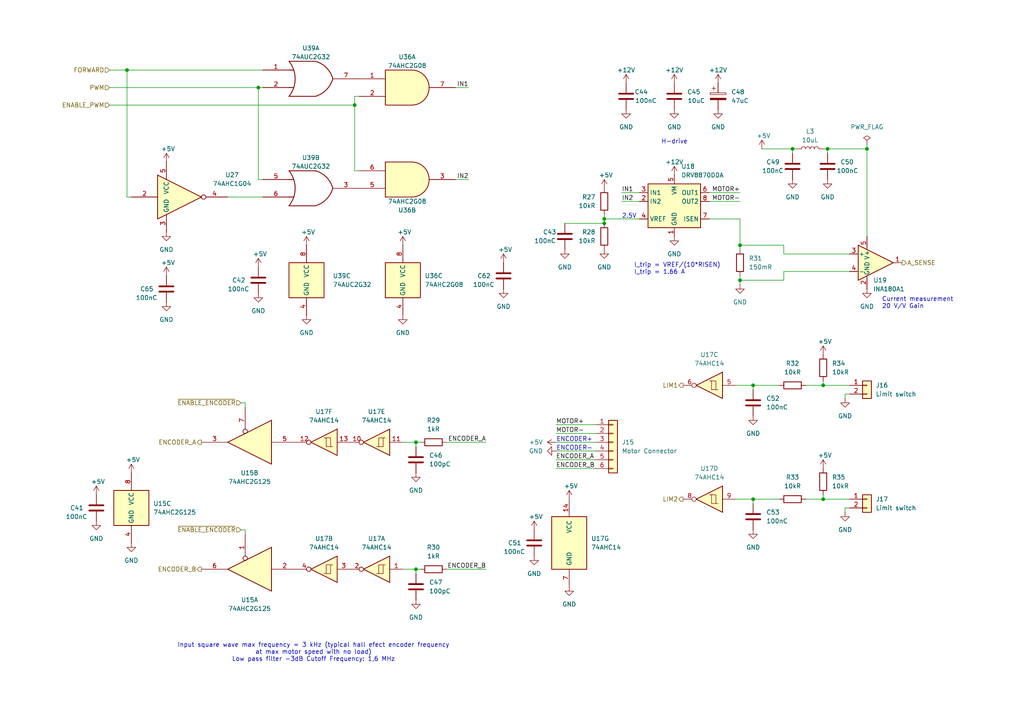
<source format=kicad_sch>
(kicad_sch (version 20250114) (generator "eeschema") (generator_version "9.0")
  (paper "A4")
  (text "ENCODER+" (at 166.624 127.508 0) (effects (font (size 1.27 1.27))))
  (text "2.5V" (at 180.34 63.5 0) (effects (font (size 1.27 1.27)) (justify left bottom)))
  (text "Input square wave max frequency = 3 kHz (typical hall efect encoder frequency\nat max motor speed with no load)\nLow pass filter -3dB Cutoff Frequency: 1,6 MHz" (at 90.932 189.23 0) (effects (font (size 1.27 1.27))))
  (text "Current measurement\n20 V/V Gain" (at 255.778 89.662 0) (effects (font (size 1.27 1.27)) (justify left bottom)))
  (text "ENCODER-" (at 166.624 130.048 0) (effects (font (size 1.27 1.27))))
  (text "I_trip = VREF/(10*RISEN)\nI_trip = 1.66 A" (at 183.896 79.756 0) (effects (font (size 1.27 1.27)) (justify left bottom)))
  (text "H-drive" (at 191.77 41.91 0) (effects (font (size 1.27 1.27)) (justify left bottom)))
  (junction (at 175.26 64.77))
  (junction (at 120.65 128.27))
  (junction (at 36.83 20.32))
  (junction (at 175.26 63.5))
  (junction (at 218.44 111.76))
  (junction (at 102.87 30.48))
  (junction (at 214.63 81.28))
  (junction (at 251.46 43.18))
  (junction (at 120.65 165.1))
  (junction (at 214.63 71.12))
  (junction (at 238.76 144.78))
  (junction (at 74.93 25.4))
  (junction (at 238.76 111.76))
  (junction (at 229.87 43.18))
  (junction (at 240.03 43.18))
  (junction (at 218.44 144.78))
  (wire (pts (xy 161.29 123.19) (xy 172.72 123.19)))
  (wire (pts (xy 238.76 43.18) (xy 240.03 43.18)))
  (wire (pts (xy 233.68 144.78) (xy 238.76 144.78)))
  (wire (pts (xy 121.92 128.27) (xy 120.65 128.27)))
  (wire (pts (xy 220.98 43.18) (xy 229.87 43.18)))
  (wire (pts (xy 213.36 111.76) (xy 218.44 111.76)))
  (wire (pts (xy 69.85 153.67) (xy 71.12 153.67)))
  (wire (pts (xy 214.63 82.55) (xy 214.63 81.28)))
  (wire (pts (xy 120.65 165.1) (xy 116.84 165.1)))
  (wire (pts (xy 218.44 111.76) (xy 218.44 113.03)))
  (wire (pts (xy 246.38 78.74) (xy 227.33 78.74)))
  (wire (pts (xy 213.36 144.78) (xy 218.44 144.78)))
  (wire (pts (xy 140.97 165.1) (xy 129.54 165.1)))
  (wire (pts (xy 74.93 52.07) (xy 74.93 25.4)))
  (wire (pts (xy 116.84 128.27) (xy 120.65 128.27)))
  (wire (pts (xy 31.75 30.48) (xy 102.87 30.48)))
  (wire (pts (xy 246.38 73.66) (xy 227.33 73.66)))
  (wire (pts (xy 161.29 135.89) (xy 172.72 135.89)))
  (wire (pts (xy 102.87 30.48) (xy 102.87 27.94)))
  (wire (pts (xy 205.74 55.88) (xy 214.63 55.88)))
  (wire (pts (xy 205.74 63.5) (xy 214.63 63.5)))
  (wire (pts (xy 214.63 63.5) (xy 214.63 71.12)))
  (wire (pts (xy 218.44 144.78) (xy 226.06 144.78)))
  (wire (pts (xy 31.75 20.32) (xy 36.83 20.32)))
  (wire (pts (xy 246.38 114.3) (xy 245.11 114.3)))
  (wire (pts (xy 102.87 27.94) (xy 104.14 27.94)))
  (wire (pts (xy 218.44 111.76) (xy 226.06 111.76)))
  (wire (pts (xy 233.68 111.76) (xy 238.76 111.76)))
  (wire (pts (xy 102.87 49.53) (xy 102.87 30.48)))
  (wire (pts (xy 161.29 133.35) (xy 172.72 133.35)))
  (wire (pts (xy 71.12 153.67) (xy 71.12 154.94)))
  (wire (pts (xy 246.38 111.76) (xy 238.76 111.76)))
  (wire (pts (xy 104.14 49.53) (xy 102.87 49.53)))
  (wire (pts (xy 121.92 165.1) (xy 120.65 165.1)))
  (wire (pts (xy 245.11 147.32) (xy 245.11 148.59)))
  (wire (pts (xy 132.08 25.4) (xy 135.89 25.4)))
  (wire (pts (xy 240.03 43.18) (xy 240.03 44.45)))
  (wire (pts (xy 180.34 55.88) (xy 185.42 55.88)))
  (wire (pts (xy 120.65 128.27) (xy 120.65 129.54)))
  (wire (pts (xy 140.97 128.27) (xy 129.54 128.27)))
  (wire (pts (xy 238.76 144.78) (xy 238.76 143.51)))
  (wire (pts (xy 175.26 63.5) (xy 185.42 63.5)))
  (wire (pts (xy 246.38 144.78) (xy 238.76 144.78)))
  (wire (pts (xy 161.29 125.73) (xy 172.72 125.73)))
  (wire (pts (xy 245.11 114.3) (xy 245.11 115.57)))
  (wire (pts (xy 229.87 43.18) (xy 231.14 43.18)))
  (wire (pts (xy 175.26 62.23) (xy 175.26 63.5)))
  (wire (pts (xy 74.93 25.4) (xy 76.2 25.4)))
  (wire (pts (xy 246.38 147.32) (xy 245.11 147.32)))
  (wire (pts (xy 161.29 130.81) (xy 172.72 130.81)))
  (wire (pts (xy 31.75 25.4) (xy 74.93 25.4)))
  (wire (pts (xy 229.87 43.18) (xy 229.87 44.45)))
  (wire (pts (xy 132.08 52.07) (xy 135.89 52.07)))
  (wire (pts (xy 71.12 116.84) (xy 71.12 118.11)))
  (wire (pts (xy 69.85 116.84) (xy 71.12 116.84)))
  (wire (pts (xy 36.83 20.32) (xy 76.2 20.32)))
  (wire (pts (xy 163.83 64.77) (xy 175.26 64.77)))
  (wire (pts (xy 76.2 52.07) (xy 74.93 52.07)))
  (wire (pts (xy 214.63 72.39) (xy 214.63 71.12)))
  (wire (pts (xy 66.04 57.15) (xy 76.2 57.15)))
  (wire (pts (xy 227.33 81.28) (xy 214.63 81.28)))
  (wire (pts (xy 227.33 73.66) (xy 227.33 71.12)))
  (wire (pts (xy 251.46 43.18) (xy 240.03 43.18)))
  (wire (pts (xy 36.83 57.15) (xy 38.1 57.15)))
  (wire (pts (xy 227.33 78.74) (xy 227.33 81.28)))
  (wire (pts (xy 227.33 71.12) (xy 214.63 71.12)))
  (wire (pts (xy 161.29 128.27) (xy 172.72 128.27)))
  (wire (pts (xy 238.76 111.76) (xy 238.76 110.49)))
  (wire (pts (xy 120.65 166.37) (xy 120.65 165.1)))
  (wire (pts (xy 180.34 58.42) (xy 185.42 58.42)))
  (wire (pts (xy 36.83 20.32) (xy 36.83 57.15)))
  (wire (pts (xy 251.46 43.18) (xy 251.46 68.58)))
  (wire (pts (xy 251.46 41.91) (xy 251.46 43.18)))
  (wire (pts (xy 218.44 144.78) (xy 218.44 146.05)))
  (wire (pts (xy 205.74 58.42) (xy 214.63 58.42)))
  (wire (pts (xy 214.63 80.01) (xy 214.63 81.28)))
  (wire (pts (xy 175.26 64.77) (xy 175.26 63.5)))
  (label "IN2" (at 180.34 58.42 0))
  (label "IN1" (at 180.34 55.88 0))
  (label "ENCODER_B" (at 161.29 135.89 0))
  (label "MOTOR-" (at 214.63 58.42 180))
  (label "ENCODER_A" (at 161.29 133.35 0))
  (label "IN2" (at 135.89 52.07 180))
  (label "ENCODER_A" (at 140.97 128.27 180))
  (label "MOTOR-" (at 161.29 125.73 0))
  (label "MOTOR+" (at 161.29 123.19 0))
  (label "ENCODER_B" (at 140.97 165.1 180))
  (label "MOTOR+" (at 214.63 55.88 180))
  (label "IN1" (at 135.89 25.4 180))
  (hierarchical_label "ENCODER_B" (shape output) (at 58.42 165.1 180))
  (hierarchical_label "ENCODER_A" (shape output) (at 58.42 128.27 180))
  (hierarchical_label "ENABLE_PWM" (shape input) (at 31.75 30.48 180))
  (hierarchical_label "LIM1" (shape output) (at 198.12 111.76 180))
  (hierarchical_label "FORWARD" (shape input) (at 31.75 20.32 180))
  (hierarchical_label "~{ENABLE_ENCODER}" (shape input) (at 69.85 116.84 180))
  (hierarchical_label "LIM2" (shape output) (at 198.12 144.78 180))
  (hierarchical_label "~{ENABLE_ENCODER}" (shape input) (at 69.85 153.67 180))
  (hierarchical_label "PWM" (shape input) (at 31.75 25.4 180))
  (hierarchical_label "A_SENSE" (shape output) (at 261.62 76.2 0))
  (symbol (lib_id "Device:C") (at 48.26 83.82 0) (unit 1)
    (property "Reference" "C63" (at 40.64 83.82 0) (effects (justify left)))
    (property "Value" "100nC" (at 39.37 86.36 0) (effects (justify left)))
    (property "Footprint" "Capacitor_SMD:C_0805_2012Metric" (effects (hide yes)))
    (property "Datasheet" "https://www.lcsc.com/datasheet/lcsc_datasheet_2304140030_KEMET-C0805F104K5RACAUTO_C141162.pdf" (effects (hide yes)))
    (property "MPN" "C0805F104K5RACAUTO" (effects (hide yes)))
    (property "Status" "OK" (effects (hide yes)))
    (instances (project "BDCMotorControlShieldMega" (path "" (reference "C65") (unit 1)) (path "" (reference "C63") (unit 1)) (path "" (reference "C64") (unit 1))))
  )
  (symbol (lib_id "Device:C") (at 27.94 147.32 0) (unit 1)
    (property "Reference" "C5" (at 20.32 147.32 0) (effects (justify left)))
    (property "Value" "100nC" (at 19.05 149.86 0) (effects (justify left)))
    (property "Footprint" "Capacitor_SMD:C_0805_2012Metric" (effects (hide yes)))
    (property "Datasheet" "https://www.lcsc.com/datasheet/lcsc_datasheet_2304140030_KEMET-C0805F104K5RACAUTO_C141162.pdf" (effects (hide yes)))
    (property "MPN" "C0805F104K5RACAUTO" (effects (hide yes)))
    (property "Status" "OK" (effects (hide yes)))
    (instances (project "BDCMotorControlShieldMega" (path "" (reference "C41") (unit 1)) (path "" (reference "C5") (unit 1)) (path "" (reference "C18") (unit 1))))
  )
  (symbol (lib_id "74xx:74HC14") (at 205.74 111.76 0) (mirror y) (unit 3)
    (property "Reference" "U5" (at 205.74 102.87 0))
    (property "Value" "74AHC14" (at 205.74 105.41 0))
    (property "Footprint" "Package_SO:TSSOP-14_4.4x5mm_P0.65mm" (effects (hide yes)))
    (property "Datasheet" "https://assets.nexperia.com/documents/data-sheet/74AHC_AHCT14.pdf" (effects (hide yes)))
    (property "Description" "Hex inverter schmitt trigger" (effects (hide yes)))
    (property "MPN" "74AHC14PW,118" (effects (hide yes)))
    (property "Status" "OK" (effects (hide yes)))
    (instances (project "BDCMotorControlShieldMega" (path "" (reference "U17") (unit 3)) (path "" (reference "U5") (unit 3)) (path "" (reference "U10") (unit 3))))
  )
  (symbol (lib_id "power:+5V") (at 48.26 80.01 0) (mirror y) (unit 1)
    (property "Reference" "#PWR028" (effects (hide yes)))
    (property "Value" "+5V" (at 50.8 76.2 0) (effects (justify left)))
    (instances (project "BDCMotorControlShieldMega" (path "" (reference "#PWR032") (unit 1)) (path "" (reference "#PWR028") (unit 1)) (path "" (reference "#PWR030") (unit 1))))
  )
  (symbol (lib_id "74xGxx:74AUC2G32") (at 91.44 54.61 0) (unit 2)
    (property "Reference" "U37" (at 90.17 45.72 0))
    (property "Value" "74AUC2G32" (at 90.17 48.26 0))
    (property "Datasheet" "http://www.ti.com/lit/sg/scyt129e/scyt129e.pdf" (effects (hide yes)))
    (property "Description" "Dual OR Gate, Low-Voltage CMOS" (effects (hide yes)))
    (instances (project "" (path "" (reference "U39") (unit 2)) (path "" (reference "U37") (unit 2)) (path "" (reference "U38") (unit 2))))
  )
  (symbol (lib_id "Device:R") (at 125.73 165.1 90) (unit 1)
    (property "Reference" "R12" (at 125.73 158.75 90))
    (property "Value" "1kR" (at 125.73 161.29 90))
    (property "Footprint" "Resistor_SMD:R_0805_2012Metric" (effects (hide yes)))
    (property "Datasheet" "https://datasheet.lcsc.com/lcsc/2010202005_YAGEO-AC0805FR-7W1KL_C727989.pdf" (effects (hide yes)))
    (property "Description" "Resistor" (effects (hide yes)))
    (property "MPN" "AC0805FR-7W1KL" (effects (hide yes)))
    (property "Status" "OK" (effects (hide yes)))
    (instances (project "BDCMotorControlShieldMega" (path "" (reference "R30") (unit 1)) (path "" (reference "R12") (unit 1)) (path "" (reference "R21") (unit 1))))
  )
  (symbol (lib_id "power:+5V") (at 165.1 144.78 0) (mirror y) (unit 1)
    (property "Reference" "#PWR0161" (effects (hide yes)))
    (property "Value" "+5V" (at 167.64 140.97 0) (effects (justify left)))
    (instances (project "BDCMotorControlShieldMega" (path "" (reference "#PWR0249") (unit 1)) (path "" (reference "#PWR0161") (unit 1)) (path "" (reference "#PWR0199") (unit 1))))
  )
  (symbol (lib_id "power:PWR_FLAG") (at 251.46 41.91 0) (unit 1)
    (property "Reference" "#FLG0102" (effects (hide yes)))
    (property "Value" "PWR_FLAG" (at 251.46 36.83 0))
    (property "Description" "Special symbol for telling ERC where power comes from" (effects (hide yes)))
    (instances (project "BDCMotorControlShieldMega" (path "" (reference "#FLG0108") (unit 1)) (path "" (reference "#FLG0102") (unit 1)) (path "" (reference "#FLG0103") (unit 1))))
  )
  (symbol (lib_id "power:+5V") (at 238.76 102.87 0) (mirror y) (unit 1)
    (property "Reference" "#PWR0150" (effects (hide yes)))
    (property "Value" "+5V" (at 241.3 99.06 0) (effects (justify left)))
    (instances (project "BDCMotorControlShieldMega" (path "" (reference "#PWR0238") (unit 1)) (path "" (reference "#PWR0150") (unit 1)) (path "" (reference "#PWR0188") (unit 1))))
  )
  (symbol (lib_id "power:GND") (at 195.58 68.58 0) (unit 1)
    (property "Reference" "#PWR0135" (effects (hide yes)))
    (property "Value" "GND" (at 195.58 73.66 0))
    (instances (project "BDCMotorControlShieldMega" (path "" (reference "#PWR0223") (unit 1)) (path "" (reference "#PWR0135") (unit 1)) (path "" (reference "#PWR0173") (unit 1))))
  )
  (symbol (lib_id "power:GND") (at 74.93 85.09 0) (unit 1)
    (property "Reference" "#PWR0138" (effects (hide yes)))
    (property "Value" "GND" (at 74.93 90.17 0))
    (property "Description" "Power symbol creates a global label with name \"GND\" , ground" (effects (hide yes)))
    (instances (project "BDCMotorControlShieldMega" (path "" (reference "#PWR0226") (unit 1)) (path "" (reference "#PWR0138") (unit 1)) (path "" (reference "#PWR0176") (unit 1))))
  )
  (symbol (lib_id "power:+5V") (at 116.84 71.12 0) (mirror y) (unit 1)
    (property "Reference" "#PWR016" (effects (hide yes)))
    (property "Value" "+5V" (at 119.38 67.31 0) (effects (justify left)))
    (instances (project "BDCMotorControlShieldMega" (path "" (reference "#PWR018") (unit 1)) (path "" (reference "#PWR016") (unit 1)) (path "" (reference "#PWR017") (unit 1))))
  )
  (symbol (lib_id "74xGxx:74AUC2G125") (at 71.12 165.1 0) (mirror y) (unit 1)
    (property "Reference" "U3" (at 72.39 173.99 0))
    (property "Value" "74AHC2G125" (at 72.39 176.53 0))
    (property "Footprint" "Package_SO:TSSOP-8_3x3mm_P0.65mm" (effects (hide yes)))
    (property "Datasheet" "https://assets.nexperia.com/documents/data-sheet/74AHC_AHCT2G125.pdf" (effects (hide yes)))
    (property "Description" "Dual Buffer Tri-State, Low-Voltage CMOS" (effects (hide yes)))
    (property "MPN" "74AHC2G125DP,125" (effects (hide yes)))
    (property "Status" "OK" (effects (hide yes)))
    (instances (project "BDCMotorControlShieldMega" (path "" (reference "U15") (unit 1)) (path "" (reference "U3") (unit 1)) (path "" (reference "U8") (unit 1))))
  )
  (symbol (lib_id "power:GND") (at 208.28 31.75 0) (unit 1)
    (property "Reference" "#PWR0144" (effects (hide yes)))
    (property "Value" "GND" (at 208.28 36.83 0))
    (instances (project "BDCMotorControlShieldMega" (path "" (reference "#PWR0232") (unit 1)) (path "" (reference "#PWR0144") (unit 1)) (path "" (reference "#PWR0182") (unit 1))))
  )
  (symbol (lib_id "power:GND") (at 48.26 87.63 0) (unit 1)
    (property "Reference" "#PWR029" (effects (hide yes)))
    (property "Value" "GND" (at 48.26 92.71 0))
    (property "Description" "Power symbol creates a global label with name \"GND\" , ground" (effects (hide yes)))
    (instances (project "BDCMotorControlShieldMega" (path "" (reference "#PWR033") (unit 1)) (path "" (reference "#PWR029") (unit 1)) (path "" (reference "#PWR031") (unit 1))))
  )
  (symbol (lib_id "74xGxx:74AUC2G125") (at 71.12 128.27 0) (mirror y) (unit 2)
    (property "Reference" "U3" (at 72.39 137.16 0))
    (property "Value" "74AHC2G125" (at 72.39 139.7 0))
    (property "Footprint" "Package_SO:TSSOP-8_3x3mm_P0.65mm" (effects (hide yes)))
    (property "Datasheet" "https://assets.nexperia.com/documents/data-sheet/74AHC_AHCT2G125.pdf" (effects (hide yes)))
    (property "Description" "Dual Buffer Tri-State, Low-Voltage CMOS" (effects (hide yes)))
    (property "MPN" "74AHC2G125DP,125" (effects (hide yes)))
    (property "Status" "OK" (effects (hide yes)))
    (instances (project "BDCMotorControlShieldMega" (path "" (reference "U15") (unit 2)) (path "" (reference "U3") (unit 2)) (path "" (reference "U8") (unit 2))))
  )
  (symbol (lib_id "Device:C") (at 240.03 48.26 0) (mirror y) (unit 1)
    (property "Reference" "C14" (at 247.65 46.99 0) (effects (justify left)))
    (property "Value" "100nC" (at 248.92 49.53 0) (effects (justify left)))
    (property "Footprint" "Capacitor_SMD:C_0805_2012Metric" (effects (hide yes)))
    (property "Datasheet" "https://www.lcsc.com/datasheet/lcsc_datasheet_2304140030_KEMET-C0805F104K5RACAUTO_C141162.pdf" (effects (hide yes)))
    (property "MPN" "C0805F104K5RACAUTO" (effects (hide yes)))
    (property "Status" "OK" (effects (hide yes)))
    (instances (project "BDCMotorControlShieldMega" (path "" (reference "C50") (unit 1)) (path "" (reference "C14") (unit 1)) (path "" (reference "C27") (unit 1))))
  )
  (symbol (lib_id "74xx:74HC14") (at 165.1 157.48 0) (unit 7)
    (property "Reference" "U5" (at 171.45 156.2099 0) (effects (justify left)))
    (property "Value" "74AHC14" (at 171.45 158.7499 0) (effects (justify left)))
    (property "Footprint" "Package_SO:TSSOP-14_4.4x5mm_P0.65mm" (effects (hide yes)))
    (property "Datasheet" "https://assets.nexperia.com/documents/data-sheet/74AHC_AHCT14.pdf" (effects (hide yes)))
    (property "Description" "Hex inverter schmitt trigger" (effects (hide yes)))
    (property "MPN" "74AHC14PW,118" (effects (hide yes)))
    (property "Status" "OK" (effects (hide yes)))
    (instances (project "BDCMotorControlShieldMega" (path "" (reference "U17") (unit 7)) (path "" (reference "U5") (unit 7)) (path "" (reference "U10") (unit 7))))
  )
  (symbol (lib_id "power:GND") (at 27.94 151.13 0) (unit 1)
    (property "Reference" "#PWR0131" (effects (hide yes)))
    (property "Value" "GND" (at 27.94 156.21 0))
    (property "Description" "Power symbol creates a global label with name \"GND\" , ground" (effects (hide yes)))
    (instances (project "BDCMotorControlShieldMega" (path "" (reference "#PWR0219") (unit 1)) (path "" (reference "#PWR0131") (unit 1)) (path "" (reference "#PWR0169") (unit 1))))
  )
  (symbol (lib_id "power:+5V") (at 154.94 153.67 0) (mirror y) (unit 1)
    (property "Reference" "#PWR0162" (effects (hide yes)))
    (property "Value" "+5V" (at 157.48 149.86 0) (effects (justify left)))
    (instances (project "BDCMotorControlShieldMega" (path "" (reference "#PWR0250") (unit 1)) (path "" (reference "#PWR0162") (unit 1)) (path "" (reference "#PWR0200") (unit 1))))
  )
  (symbol (lib_id "Device:C") (at 120.65 170.18 0) (unit 1)
    (property "Reference" "C11" (at 124.46 168.9099 0) (effects (justify left)))
    (property "Value" "100pC" (at 124.46 171.4499 0) (effects (justify left)))
    (property "Footprint" "Capacitor_SMD:C_0805_2012Metric" (effects (hide yes)))
    (property "Datasheet" "https://lcsc.com/datasheet/lcsc_datasheet_2506131735_YAGEO-CC0805KRX7R9BB101_C107140.pdf" (effects (hide yes)))
    (property "Description" "Unpolarized capacitor" (effects (hide yes)))
    (property "MPN" "CC0805KRX7R9BB101" (effects (hide yes)))
    (property "Status" "OK" (effects (hide yes)))
    (instances (project "BDCMotorControlShieldMega" (path "" (reference "C47") (unit 1)) (path "" (reference "C11") (unit 1)) (path "" (reference "C24") (unit 1))))
  )
  (symbol (lib_id "Device:C") (at 154.94 157.48 0) (unit 1)
    (property "Reference" "C15" (at 147.32 157.48 0) (effects (justify left)))
    (property "Value" "100nC" (at 146.05 160.02 0) (effects (justify left)))
    (property "Footprint" "Capacitor_SMD:C_0805_2012Metric" (effects (hide yes)))
    (property "Datasheet" "https://www.lcsc.com/datasheet/lcsc_datasheet_2304140030_KEMET-C0805F104K5RACAUTO_C141162.pdf" (effects (hide yes)))
    (property "MPN" "C0805F104K5RACAUTO" (effects (hide yes)))
    (property "Status" "OK" (effects (hide yes)))
    (instances (project "BDCMotorControlShieldMega" (path "" (reference "C51") (unit 1)) (path "" (reference "C15") (unit 1)) (path "" (reference "C28") (unit 1))))
  )
  (symbol (lib_id "74xGxx:74AUC2G08") (at 119.38 25.4 0) (unit 1)
    (property "Reference" "U34" (at 118.0989 16.51 0))
    (property "Value" "74AHC2G08" (at 118.0989 19.05 0))
    (property "Footprint" "Package_SO:TSSOP-8_3x3mm_P0.65mm" (effects (hide yes)))
    (property "Datasheet" "https://assets.nexperia.com/documents/data-sheet/74AHC_AHCT2G08.pdf" (effects (hide yes)))
    (property "Description" "Dual AND Gate, Low-Voltage CMOS" (effects (hide yes)))
    (property "MPN" "74AHC2G08DP,125" (effects (hide yes)))
    (property "Status" "OK" (effects (hide yes)))
    (instances (project "BDCMotorControlShieldMega" (path "" (reference "U36") (unit 1)) (path "" (reference "U34") (unit 1)) (path "" (reference "U35") (unit 1))))
  )
  (symbol (lib_id "Device:R") (at 229.87 144.78 90) (unit 1)
    (property "Reference" "R15" (at 229.87 138.43 90))
    (property "Value" "10kR" (at 229.87 140.97 90))
    (property "Footprint" "Resistor_SMD:R_0805_2012Metric" (effects (hide yes)))
    (property "Datasheet" "https://www.lcsc.com/datasheet/lcsc_datasheet_1810171610_YAGEO-RC0805JR-0710KL_C100047.pdf" (effects (hide yes)))
    (property "Description" "Resistor" (effects (hide yes)))
    (property "MPN" "RC0805JR-0710KL" (effects (hide yes)))
    (property "Status" "OK" (effects (hide yes)))
    (instances (project "BDCMotorControlShieldMega" (path "" (reference "R33") (unit 1)) (path "" (reference "R15") (unit 1)) (path "" (reference "R24") (unit 1))))
  )
  (symbol (lib_id "power:+5V") (at 88.9 71.12 0) (mirror y) (unit 1)
    (property "Reference" "#PWR07" (effects (hide yes)))
    (property "Value" "+5V" (at 91.44 67.31 0) (effects (justify left)))
    (instances (project "BDCMotorControlShieldMega" (path "" (reference "#PWR09") (unit 1)) (path "" (reference "#PWR07") (unit 1)) (path "" (reference "#PWR08") (unit 1))))
  )
  (symbol (lib_id "74xGxx:74AUC2G08") (at 119.38 52.07 0) (mirror x) (unit 2)
    (property "Reference" "U34" (at 118.0989 60.96 0))
    (property "Value" "74AHC2G08" (at 118.0989 58.42 0))
    (property "Footprint" "Package_SO:TSSOP-8_3x3mm_P0.65mm" (effects (hide yes)))
    (property "Datasheet" "https://assets.nexperia.com/documents/data-sheet/74AHC_AHCT2G08.pdf" (effects (hide yes)))
    (property "Description" "Dual AND Gate, Low-Voltage CMOS" (effects (hide yes)))
    (property "MPN" "74AHC2G08DP,125" (effects (hide yes)))
    (property "Status" "OK" (effects (hide yes)))
    (instances (project "BDCMotorControlShieldMega" (path "" (reference "U36") (unit 2)) (path "" (reference "U34") (unit 2)) (path "" (reference "U35") (unit 2))))
  )
  (symbol (lib_id "power:GND") (at 154.94 161.29 0) (unit 1)
    (property "Reference" "#PWR0163" (effects (hide yes)))
    (property "Value" "GND" (at 154.94 166.37 0))
    (property "Description" "Power symbol creates a global label with name \"GND\" , ground" (effects (hide yes)))
    (instances (project "BDCMotorControlShieldMega" (path "" (reference "#PWR0251") (unit 1)) (path "" (reference "#PWR0163") (unit 1)) (path "" (reference "#PWR0201") (unit 1))))
  )
  (symbol (lib_id "Device:R") (at 175.26 68.58 0) (mirror y) (unit 1)
    (property "Reference" "R10" (at 172.72 67.3099 0) (effects (justify left)))
    (property "Value" "10kR" (at 172.72 69.8499 0) (effects (justify left)))
    (property "Footprint" "Resistor_SMD:R_0805_2012Metric" (effects (hide yes)))
    (property "Datasheet" "https://www.lcsc.com/datasheet/lcsc_datasheet_1810171610_YAGEO-RC0805JR-0710KL_C100047.pdf" (effects (hide yes)))
    (property "MPN" "RC0805JR-0710KL" (effects (hide yes)))
    (property "Status" "OK" (effects (hide yes)))
    (instances (project "BDCMotorControlShieldMega" (path "" (reference "R28") (unit 1)) (path "" (reference "R10") (unit 1)) (path "" (reference "R19") (unit 1))))
  )
  (symbol (lib_id "power:GND") (at 218.44 120.65 0) (unit 1)
    (property "Reference" "#PWR0148" (effects (hide yes)))
    (property "Value" "GND" (at 218.44 125.73 0))
    (property "Description" "Power symbol creates a global label with name \"GND\" , ground" (effects (hide yes)))
    (instances (project "BDCMotorControlShieldMega" (path "" (reference "#PWR0236") (unit 1)) (path "" (reference "#PWR0148") (unit 1)) (path "" (reference "#PWR0186") (unit 1))))
  )
  (symbol (lib_id "power:+5V") (at 238.76 135.89 0) (mirror y) (unit 1)
    (property "Reference" "#PWR0149" (effects (hide yes)))
    (property "Value" "+5V" (at 241.3 132.08 0) (effects (justify left)))
    (instances (project "BDCMotorControlShieldMega" (path "" (reference "#PWR0237") (unit 1)) (path "" (reference "#PWR0149") (unit 1)) (path "" (reference "#PWR0187") (unit 1))))
  )
  (symbol (lib_id "74xx:74HC14") (at 109.22 128.27 180) (unit 5)
    (property "Reference" "U5" (at 109.22 119.38 0))
    (property "Value" "74AHC14" (at 109.22 121.92 0))
    (property "Footprint" "Package_SO:TSSOP-14_4.4x5mm_P0.65mm" (effects (hide yes)))
    (property "Datasheet" "https://assets.nexperia.com/documents/data-sheet/74AHC_AHCT14.pdf" (effects (hide yes)))
    (property "Description" "Hex inverter schmitt trigger" (effects (hide yes)))
    (property "MPN" "74AHC14PW,118" (effects (hide yes)))
    (property "Status" "OK" (effects (hide yes)))
    (instances (project "BDCMotorControlShieldMega" (path "" (reference "U17") (unit 5)) (path "" (reference "U5") (unit 5)) (path "" (reference "U10") (unit 5))))
  )
  (symbol (lib_id "power:GND") (at 245.11 115.57 0) (unit 1)
    (property "Reference" "#PWR0151" (effects (hide yes)))
    (property "Value" "GND" (at 245.11 120.65 0))
    (property "Description" "Power symbol creates a global label with name \"GND\" , ground" (effects (hide yes)))
    (instances (project "BDCMotorControlShieldMega" (path "" (reference "#PWR0239") (unit 1)) (path "" (reference "#PWR0151") (unit 1)) (path "" (reference "#PWR0189") (unit 1))))
  )
  (symbol (lib_id "power:GND") (at 165.1 170.18 0) (mirror y) (unit 1)
    (property "Reference" "#PWR0164" (effects (hide yes)))
    (property "Value" "GND" (at 165.1 175.26 0))
    (property "Description" "Power symbol creates a global label with name \"GND\" , ground" (effects (hide yes)))
    (instances (project "BDCMotorControlShieldMega" (path "" (reference "#PWR0252") (unit 1)) (path "" (reference "#PWR0164") (unit 1)) (path "" (reference "#PWR0202") (unit 1))))
  )
  (symbol (lib_id "Connector_Generic:Conn_01x06") (at 177.8 128.27 0) (unit 1)
    (property "Reference" "J9" (at 180.34 128.2699 0) (effects (justify left)))
    (property "Value" "Motor Connector" (at 180.34 130.8099 0) (effects (justify left)))
    (property "Footprint" "Connector_JST:JST_PH_B6B-PH-K_1x06_P2.00mm_Vertical" (effects (hide yes)))
    (property "Datasheet" "https://lcsc.com/datasheet/lcsc_datasheet_1811151524_JST-B6B-PH-K-S-LF-SN_C131342.pdf" (effects (hide yes)))
    (property "Description" "Generic connector, single row, 01x06, script generated (kicad-library-utils/schlib/autogen/connector/)" (effects (hide yes)))
    (property "Status" "OK" (effects (hide yes)))
    (property "MPN" "B6B-PH-K-S(LF)(SN)" (effects (hide yes)))
    (instances (project "BDCMotorControlShieldMega" (path "" (reference "J15") (unit 1)) (path "" (reference "J9") (unit 1)) (path "" (reference "J12") (unit 1))))
  )
  (symbol (lib_id "Device:R") (at 238.76 139.7 180) (unit 1)
    (property "Reference" "R17" (at 241.3 138.4299 0) (effects (justify right)))
    (property "Value" "10kR" (at 241.3 140.9699 0) (effects (justify right)))
    (property "Footprint" "Resistor_SMD:R_0805_2012Metric" (effects (hide yes)))
    (property "Datasheet" "https://www.lcsc.com/datasheet/lcsc_datasheet_1810171610_YAGEO-RC0805JR-0710KL_C100047.pdf" (effects (hide yes)))
    (property "Description" "Resistor" (effects (hide yes)))
    (property "MPN" "RC0805JR-0710KL" (effects (hide yes)))
    (property "Status" "OK" (effects (hide yes)))
    (instances (project "BDCMotorControlShieldMega" (path "" (reference "R35") (unit 1)) (path "" (reference "R17") (unit 1)) (path "" (reference "R26") (unit 1))))
  )
  (symbol (lib_id "Device:C") (at 229.87 48.26 0) (unit 1)
    (property "Reference" "C13" (at 222.25 46.99 0) (effects (justify left)))
    (property "Value" "100nC" (at 220.98 49.53 0) (effects (justify left)))
    (property "Footprint" "Capacitor_SMD:C_0805_2012Metric" (effects (hide yes)))
    (property "Datasheet" "https://www.lcsc.com/datasheet/lcsc_datasheet_2304140030_KEMET-C0805F104K5RACAUTO_C141162.pdf" (effects (hide yes)))
    (property "MPN" "C0805F104K5RACAUTO" (effects (hide yes)))
    (property "Status" "OK" (effects (hide yes)))
    (instances (project "BDCMotorControlShieldMega" (path "" (reference "C49") (unit 1)) (path "" (reference "C13") (unit 1)) (path "" (reference "C26") (unit 1))))
  )
  (symbol (lib_id "power:GND") (at 163.83 72.39 0) (unit 1)
    (property "Reference" "#PWR0137" (effects (hide yes)))
    (property "Value" "GND" (at 163.83 77.47 0))
    (instances (project "BDCMotorControlShieldMega" (path "" (reference "#PWR0225") (unit 1)) (path "" (reference "#PWR0137") (unit 1)) (path "" (reference "#PWR0175") (unit 1))))
  )
  (symbol (lib_id "Connector_Generic:Conn_01x02") (at 251.46 144.78 0) (unit 1)
    (property "Reference" "J11" (at 254 144.7799 0) (effects (justify left)))
    (property "Value" "Limit switch" (at 254 147.3199 0) (effects (justify left)))
    (property "Footprint" "Connector_JST:JST_PH_B2B-PH-K_1x02_P2.00mm_Vertical" (effects (hide yes)))
    (property "Description" "Generic connector, single row, 01x02, script generated (kicad-library-utils/schlib/autogen/connector/)" (effects (hide yes)))
    (property "MPN" "B2B-PH-K-S(LF)(SN)" (effects (hide yes)))
    (instances (project "BDCMotorControlShieldMega" (path "" (reference "J17") (unit 1)) (path "" (reference "J11") (unit 1)) (path "" (reference "J14") (unit 1))))
  )
  (symbol (lib_id "Device:R") (at 229.87 111.76 90) (unit 1)
    (property "Reference" "R14" (at 229.87 105.41 90))
    (property "Value" "10kR" (at 229.87 107.95 90))
    (property "Footprint" "Resistor_SMD:R_0805_2012Metric" (effects (hide yes)))
    (property "Datasheet" "https://www.lcsc.com/datasheet/lcsc_datasheet_1810171610_YAGEO-RC0805JR-0710KL_C100047.pdf" (effects (hide yes)))
    (property "Description" "Resistor" (effects (hide yes)))
    (property "MPN" "RC0805JR-0710KL" (effects (hide yes)))
    (property "Status" "OK" (effects (hide yes)))
    (instances (project "BDCMotorControlShieldMega" (path "" (reference "R32") (unit 1)) (path "" (reference "R14") (unit 1)) (path "" (reference "R23") (unit 1))))
  )
  (symbol (lib_id "Device:R") (at 214.63 76.2 180) (unit 1)
    (property "Reference" "R13" (at 217.17 74.9299 0) (effects (justify right)))
    (property "Value" "150mR" (at 217.17 77.4699 0) (effects (justify right)))
    (property "Footprint" "Resistor_SMD:R_1206_3216Metric" (effects (hide yes)))
    (property "Datasheet" "https://lcsc.com/datasheet/lcsc_datasheet_2410121306_TA-I-Tech-RLH12FTCR150_C2683383.pdf" (effects (hide yes)))
    (property "MPN" "RLH12FTCR150" (effects (hide yes)))
    (property "Status" "OK" (effects (hide yes)))
    (instances (project "BDCMotorControlShieldMega" (path "" (reference "R31") (unit 1)) (path "" (reference "R13") (unit 1)) (path "" (reference "R22") (unit 1))))
  )
  (symbol (lib_id "Device:R") (at 175.26 58.42 0) (mirror y) (unit 1)
    (property "Reference" "R9" (at 172.72 57.1499 0) (effects (justify left)))
    (property "Value" "10kR" (at 172.72 59.6899 0) (effects (justify left)))
    (property "Footprint" "Resistor_SMD:R_0805_2012Metric" (effects (hide yes)))
    (property "Datasheet" "https://www.lcsc.com/datasheet/lcsc_datasheet_1810171610_YAGEO-RC0805JR-0710KL_C100047.pdf" (effects (hide yes)))
    (property "MPN" "RC0805JR-0710KL" (effects (hide yes)))
    (property "Status" "OK" (effects (hide yes)))
    (instances (project "BDCMotorControlShieldMega" (path "" (reference "R27") (unit 1)) (path "" (reference "R9") (unit 1)) (path "" (reference "R18") (unit 1))))
  )
  (symbol (lib_id "power:+12V") (at 208.28 24.13 0) (mirror y) (unit 1)
    (property "Reference" "#PWR0147" (effects (hide yes)))
    (property "Value" "+12V" (at 208.28 20.32 0))
    (instances (project "BDCMotorControlShieldMega" (path "" (reference "#PWR0235") (unit 1)) (path "" (reference "#PWR0147") (unit 1)) (path "" (reference "#PWR0185") (unit 1))))
  )
  (symbol (lib_id "power:+5V") (at 175.26 54.61 0) (mirror y) (unit 1)
    (property "Reference" "#PWR0141" (effects (hide yes)))
    (property "Value" "+5V" (at 177.8 50.8 0) (effects (justify left)))
    (instances (project "BDCMotorControlShieldMega" (path "" (reference "#PWR0229") (unit 1)) (path "" (reference "#PWR0141") (unit 1)) (path "" (reference "#PWR0179") (unit 1))))
  )
  (symbol (lib_id "power:GND") (at 146.05 83.82 0) (unit 1)
    (property "Reference" "#PWR05" (effects (hide yes)))
    (property "Value" "GND" (at 146.05 88.9 0))
    (property "Description" "Power symbol creates a global label with name \"GND\" , ground" (effects (hide yes)))
    (instances (project "BDCMotorControlShieldMega" (path "" (reference "#PWR027") (unit 1)) (path "" (reference "#PWR05") (unit 1)) (path "" (reference "#PWR025") (unit 1))))
  )
  (symbol (lib_id "power:+5V") (at 38.1 137.16 0) (mirror y) (unit 1)
    (property "Reference" "#PWR0136" (effects (hide yes)))
    (property "Value" "+5V" (at 40.64 133.35 0) (effects (justify left)))
    (instances (project "BDCMotorControlShieldMega" (path "" (reference "#PWR0224") (unit 1)) (path "" (reference "#PWR0136") (unit 1)) (path "" (reference "#PWR0174") (unit 1))))
  )
  (symbol (lib_id "power:GND") (at 214.63 82.55 0) (unit 1)
    (property "Reference" "#PWR0160" (effects (hide yes)))
    (property "Value" "GND" (at 214.63 87.63 0))
    (instances (project "BDCMotorControlShieldMega" (path "" (reference "#PWR0248") (unit 1)) (path "" (reference "#PWR0160") (unit 1)) (path "" (reference "#PWR0198") (unit 1))))
  )
  (symbol (lib_id "power:GND") (at 181.61 31.75 0) (unit 1)
    (property "Reference" "#PWR0143" (effects (hide yes)))
    (property "Value" "GND" (at 181.61 36.83 0))
    (instances (project "BDCMotorControlShieldMega" (path "" (reference "#PWR0231") (unit 1)) (path "" (reference "#PWR0143") (unit 1)) (path "" (reference "#PWR0181") (unit 1))))
  )
  (symbol (lib_id "74xGxx:74AHC1G04") (at 53.34 57.15 0) (unit 1)
    (property "Reference" "U25" (at 67.31 50.7298 0))
    (property "Value" "74AHC1G04" (at 67.31 53.2698 0))
    (property "Datasheet" "http://www.ti.com/lit/sg/scyt129e/scyt129e.pdf" (effects (hide yes)))
    (property "Description" "Single NOT Gate, Low-Voltage CMOS" (effects (hide yes)))
    (instances (project "" (path "" (reference "U27") (unit 1)) (path "" (reference "U25") (unit 1)) (path "" (reference "U26") (unit 1))))
  )
  (symbol (lib_id "power:+5V") (at 74.93 77.47 0) (mirror y) (unit 1)
    (property "Reference" "#PWR01" (effects (hide yes)))
    (property "Value" "+5V" (at 77.47 73.66 0) (effects (justify left)))
    (instances (project "BDCMotorControlShieldMega" (path "" (reference "#PWR03") (unit 1)) (path "" (reference "#PWR01") (unit 1)) (path "" (reference "#PWR02") (unit 1))))
  )
  (symbol (lib_id "74xx:74HC14") (at 93.98 128.27 0) (mirror y) (unit 6)
    (property "Reference" "U5" (at 93.98 119.38 0))
    (property "Value" "74AHC14" (at 93.98 121.92 0))
    (property "Footprint" "Package_SO:TSSOP-14_4.4x5mm_P0.65mm" (effects (hide yes)))
    (property "Datasheet" "https://assets.nexperia.com/documents/data-sheet/74AHC_AHCT14.pdf" (effects (hide yes)))
    (property "Description" "Hex inverter schmitt trigger" (effects (hide yes)))
    (property "MPN" "74AHC14PW,118" (effects (hide yes)))
    (property "Status" "OK" (effects (hide yes)))
    (instances (project "BDCMotorControlShieldMega" (path "" (reference "U17") (unit 6)) (path "" (reference "U5") (unit 6)) (path "" (reference "U10") (unit 6))))
  )
  (symbol (lib_id "power:+5V") (at 48.26 46.99 0) (mirror y) (unit 1)
    (property "Reference" "#PWR019" (effects (hide yes)))
    (property "Value" "+5V" (at 50.8 43.18 0) (effects (justify left)))
    (instances (project "BDCMotorControlShieldMega" (path "" (reference "#PWR021") (unit 1)) (path "" (reference "#PWR019") (unit 1)) (path "" (reference "#PWR020") (unit 1))))
  )
  (symbol (lib_id "power:GND") (at 120.65 137.16 0) (mirror y) (unit 1)
    (property "Reference" "#PWR0127" (effects (hide yes)))
    (property "Value" "GND" (at 120.65 142.24 0))
    (property "Description" "Power symbol creates a global label with name \"GND\" , ground" (effects (hide yes)))
    (instances (project "BDCMotorControlShieldMega" (path "" (reference "#PWR0215") (unit 1)) (path "" (reference "#PWR0127") (unit 1)) (path "" (reference "#PWR0165") (unit 1))))
  )
  (symbol (lib_id "Device:C") (at 195.58 27.94 0) (mirror y) (unit 1)
    (property "Reference" "C9" (at 203.2 26.67 0) (effects (justify left)))
    (property "Value" "10uC" (at 204.47 29.21 0) (effects (justify left)))
    (property "Footprint" "Capacitor_SMD:C_1210_3225Metric" (effects (hide yes)))
    (property "Datasheet" "https://datasheet.lcsc.com/lcsc/1912111437_Taiyo-Yuden-UMK325AB7106KM-T_C386167.pdf" (effects (hide yes)))
    (property "MPN" "UMK325AB7106KM-T" (effects (hide yes)))
    (property "Status" "OK" (effects (hide yes)))
    (instances (project "BDCMotorControlShieldMega" (path "" (reference "C45") (unit 1)) (path "" (reference "C9") (unit 1)) (path "" (reference "C22") (unit 1))))
  )
  (symbol (lib_id "Device:C") (at 163.83 68.58 0) (unit 1)
    (property "Reference" "C7" (at 157.48 67.31 0) (effects (justify left)))
    (property "Value" "100nC" (at 154.94 69.85 0) (effects (justify left)))
    (property "Footprint" "Capacitor_SMD:C_0805_2012Metric" (effects (hide yes)))
    (property "Datasheet" "https://www.lcsc.com/datasheet/lcsc_datasheet_2304140030_KEMET-C0805F104K5RACAUTO_C141162.pdf" (effects (hide yes)))
    (property "MPN" "C0805F104K5RACAUTO" (effects (hide yes)))
    (property "Status" "OK" (effects (hide yes)))
    (instances (project "BDCMotorControlShieldMega" (path "" (reference "C43") (unit 1)) (path "" (reference "C7") (unit 1)) (path "" (reference "C20") (unit 1))))
  )
  (symbol (lib_id "74xGxx:74AUC2G125") (at 38.1 147.32 0) (unit 3)
    (property "Reference" "U3" (at 44.45 146.0499 0) (effects (justify left)))
    (property "Value" "74AHC2G125" (at 44.45 148.5899 0) (effects (justify left)))
    (property "Footprint" "Package_SO:TSSOP-8_3x3mm_P0.65mm" (effects (hide yes)))
    (property "Datasheet" "https://assets.nexperia.com/documents/data-sheet/74AHC_AHCT2G125.pdf" (effects (hide yes)))
    (property "Description" "Dual Buffer Tri-State, Low-Voltage CMOS" (effects (hide yes)))
    (property "MPN" "74AHC2G125DP,125" (effects (hide yes)))
    (property "Status" "OK" (effects (hide yes)))
    (instances (project "BDCMotorControlShieldMega" (path "" (reference "U15") (unit 3)) (path "" (reference "U3") (unit 3)) (path "" (reference "U8") (unit 3))))
  )
  (symbol (lib_id "74xGxx:74AUC2G32") (at 91.44 22.86 0) (unit 1)
    (property "Reference" "U37" (at 90.17 13.97 0))
    (property "Value" "74AUC2G32" (at 90.17 16.51 0))
    (property "Datasheet" "http://www.ti.com/lit/sg/scyt129e/scyt129e.pdf" (effects (hide yes)))
    (property "Description" "Dual OR Gate, Low-Voltage CMOS" (effects (hide yes)))
    (instances (project "" (path "" (reference "U39") (unit 1)) (path "" (reference "U37") (unit 1)) (path "" (reference "U38") (unit 1))))
  )
  (symbol (lib_id "Device:C") (at 218.44 149.86 0) (unit 1)
    (property "Reference" "C17" (at 222.25 148.5899 0) (effects (justify left)))
    (property "Value" "100nC" (at 222.25 151.1299 0) (effects (justify left)))
    (property "Footprint" "Capacitor_SMD:C_0805_2012Metric" (effects (hide yes)))
    (property "Datasheet" "https://www.lcsc.com/datasheet/lcsc_datasheet_2304140030_KEMET-C0805F104K5RACAUTO_C141162.pdf" (effects (hide yes)))
    (property "Description" "Unpolarized capacitor" (effects (hide yes)))
    (property "MPN" "C0805F104K5RACAUTO" (effects (hide yes)))
    (property "Status" "OK" (effects (hide yes)))
    (instances (project "BDCMotorControlShieldMega" (path "" (reference "C53") (unit 1)) (path "" (reference "C17") (unit 1)) (path "" (reference "C30") (unit 1))))
  )
  (symbol (lib_id "74xx:74HC14") (at 205.74 144.78 0) (mirror y) (unit 4)
    (property "Reference" "U5" (at 205.74 135.89 0))
    (property "Value" "74AHC14" (at 205.74 138.43 0))
    (property "Footprint" "Package_SO:TSSOP-14_4.4x5mm_P0.65mm" (effects (hide yes)))
    (property "Datasheet" "https://assets.nexperia.com/documents/data-sheet/74AHC_AHCT14.pdf" (effects (hide yes)))
    (property "Description" "Hex inverter schmitt trigger" (effects (hide yes)))
    (property "MPN" "74AHC14PW,118" (effects (hide yes)))
    (property "Status" "OK" (effects (hide yes)))
    (instances (project "BDCMotorControlShieldMega" (path "" (reference "U17") (unit 4)) (path "" (reference "U5") (unit 4)) (path "" (reference "U10") (unit 4))))
  )
  (symbol (lib_id "power:+5V") (at 220.98 43.18 0) (mirror y) (unit 1)
    (property "Reference" "#PWR0158" (effects (hide yes)))
    (property "Value" "+5V" (at 223.52 39.37 0) (effects (justify left)))
    (instances (project "BDCMotorControlShieldMega" (path "" (reference "#PWR0246") (unit 1)) (path "" (reference "#PWR0158") (unit 1)) (path "" (reference "#PWR0196") (unit 1))))
  )
  (symbol (lib_id "Driver_Motor:DRV8870DDA") (at 195.58 58.42 0) (unit 1)
    (property "Reference" "U6" (at 197.5994 48.26 0) (effects (justify left)))
    (property "Value" "DRV8870DDA" (at 197.5994 50.8 0) (effects (justify left)))
    (property "Footprint" "Package_SO:Texas_HTSOP-8-1EP_3.9x4.9mm_P1.27mm_EP2.95x4.9mm_Mask2.4x3.1mm_ThermalVias" (effects (hide yes)))
    (property "Datasheet" "http://www.ti.com/lit/ds/symlink/drv8870.pdf" (effects (hide yes)))
    (property "MPN" "DRV8870DDAR" (effects (hide yes)))
    (property "Status" "OK" (effects (hide yes)))
    (instances (project "BDCMotorControlShieldMega" (path "" (reference "U18") (unit 1)) (path "" (reference "U6") (unit 1)) (path "" (reference "U11") (unit 1))))
  )
  (symbol (lib_id "power:GND") (at 48.26 67.31 0) (unit 1)
    (property "Reference" "#PWR013" (effects (hide yes)))
    (property "Value" "GND" (at 48.26 72.39 0))
    (property "Description" "Power symbol creates a global label with name \"GND\" , ground" (effects (hide yes)))
    (instances (project "BDCMotorControlShieldMega" (path "" (reference "#PWR015") (unit 1)) (path "" (reference "#PWR013") (unit 1)) (path "" (reference "#PWR014") (unit 1))))
  )
  (symbol (lib_id "74xGxx:74AUC2G32") (at 88.9 81.28 0) (unit 3)
    (property "Reference" "U37" (at 96.52 80.0099 0) (effects (justify left)))
    (property "Value" "74AUC2G32" (at 96.52 82.5499 0) (effects (justify left)))
    (property "Datasheet" "http://www.ti.com/lit/sg/scyt129e/scyt129e.pdf" (effects (hide yes)))
    (property "Description" "Dual OR Gate, Low-Voltage CMOS" (effects (hide yes)))
    (instances (project "" (path "" (reference "U39") (unit 3)) (path "" (reference "U37") (unit 3)) (path "" (reference "U38") (unit 3))))
  )
  (symbol (lib_id "power:GND") (at 240.03 52.07 0) (unit 1)
    (property "Reference" "#PWR0152" (effects (hide yes)))
    (property "Value" "GND" (at 240.03 57.15 0))
    (instances (project "BDCMotorControlShieldMega" (path "" (reference "#PWR0240") (unit 1)) (path "" (reference "#PWR0152") (unit 1)) (path "" (reference "#PWR0190") (unit 1))))
  )
  (symbol (lib_id "Device:L") (at 234.95 43.18 90) (unit 1)
    (property "Reference" "L1" (at 234.95 38.1 90))
    (property "Value" "10uL" (at 234.95 40.64 90))
    (property "Footprint" "Inductor_SMD:L_0805_2012Metric" (effects (hide yes)))
    (property "Datasheet" "https://www.lcsc.com/datasheet/lcsc_datasheet_2304140030_Murata-Electronics-LQM21FN100M80L_C162582.pdf" (effects (hide yes)))
    (property "Description" "Inductor" (effects (hide yes)))
    (property "Status" "OK" (effects (hide yes)))
    (property "MPN" "LQM21FN100M80L" (effects (hide yes)))
    (instances (project "BDCMotorControlShieldMega" (path "" (reference "L3") (unit 1)) (path "" (reference "L1") (unit 1)) (path "" (reference "L2") (unit 1))))
  )
  (symbol (lib_id "power:+12V") (at 195.58 50.8 0) (mirror y) (unit 1)
    (property "Reference" "#PWR0140" (effects (hide yes)))
    (property "Value" "+12V" (at 195.58 46.99 0))
    (instances (project "BDCMotorControlShieldMega" (path "" (reference "#PWR0228") (unit 1)) (path "" (reference "#PWR0140") (unit 1)) (path "" (reference "#PWR0178") (unit 1))))
  )
  (symbol (lib_id "74xx:74HC14") (at 109.22 165.1 180) (unit 1)
    (property "Reference" "U5" (at 109.22 156.21 0))
    (property "Value" "74AHC14" (at 109.22 158.75 0))
    (property "Footprint" "Package_SO:TSSOP-14_4.4x5mm_P0.65mm" (effects (hide yes)))
    (property "Datasheet" "https://assets.nexperia.com/documents/data-sheet/74AHC_AHCT14.pdf" (effects (hide yes)))
    (property "Description" "Hex inverter schmitt trigger" (effects (hide yes)))
    (property "MPN" "74AHC14PW,118" (effects (hide yes)))
    (property "Status" "OK" (effects (hide yes)))
    (instances (project "BDCMotorControlShieldMega" (path "" (reference "U17") (unit 1)) (path "" (reference "U5") (unit 1)) (path "" (reference "U10") (unit 1))))
  )
  (symbol (lib_id "Device:C_Polarized") (at 208.28 27.94 0) (unit 1)
    (property "Reference" "C12" (at 212.09 26.67 0) (effects (justify left)))
    (property "Value" "47uC" (at 212.09 29.21 0) (effects (justify left)))
    (property "Footprint" "Capacitor_THT:CP_Radial_D5.0mm_P2.00mm" (effects (hide yes)))
    (property "Datasheet" "https://datasheet.lcsc.com/lcsc/1809192224_Rubycon-35YXJ47M5X11_C88761.pdf" (effects (hide yes)))
    (property "MPN" "35YXJ47M5X11" (effects (hide yes)))
    (property "Status" "OK" (effects (hide yes)))
    (instances (project "BDCMotorControlShieldMega" (path "" (reference "C48") (unit 1)) (path "" (reference "C12") (unit 1)) (path "" (reference "C25") (unit 1))))
  )
  (symbol (lib_id "power:GND") (at 161.29 130.81 270) (unit 1)
    (property "Reference" "#PWR0153" (effects (hide yes)))
    (property "Value" "GND" (at 157.48 130.8099 90) (effects (justify right)))
    (property "Description" "Power symbol creates a global label with name \"GND\" , ground" (effects (hide yes)))
    (instances (project "BDCMotorControlShieldMega" (path "" (reference "#PWR0241") (unit 1)) (path "" (reference "#PWR0153") (unit 1)) (path "" (reference "#PWR0191") (unit 1))))
  )
  (symbol (lib_id "power:GND") (at 88.9 91.44 0) (unit 1)
    (property "Reference" "#PWR022" (effects (hide yes)))
    (property "Value" "GND" (at 88.9 96.52 0))
    (property "Description" "Power symbol creates a global label with name \"GND\" , ground" (effects (hide yes)))
    (instances (project "BDCMotorControlShieldMega" (path "" (reference "#PWR024") (unit 1)) (path "" (reference "#PWR022") (unit 1)) (path "" (reference "#PWR023") (unit 1))))
  )
  (symbol (lib_id "Device:C") (at 218.44 116.84 0) (unit 1)
    (property "Reference" "C16" (at 222.25 115.5699 0) (effects (justify left)))
    (property "Value" "100nC" (at 222.25 118.1099 0) (effects (justify left)))
    (property "Footprint" "Capacitor_SMD:C_0805_2012Metric" (effects (hide yes)))
    (property "Datasheet" "https://www.lcsc.com/datasheet/lcsc_datasheet_2304140030_KEMET-C0805F104K5RACAUTO_C141162.pdf" (effects (hide yes)))
    (property "Description" "Unpolarized capacitor" (effects (hide yes)))
    (property "MPN" "C0805F104K5RACAUTO" (effects (hide yes)))
    (property "Status" "OK" (effects (hide yes)))
    (instances (project "BDCMotorControlShieldMega" (path "" (reference "C52") (unit 1)) (path "" (reference "C16") (unit 1)) (path "" (reference "C29") (unit 1))))
  )
  (symbol (lib_id "power:GND") (at 120.65 173.99 0) (mirror y) (unit 1)
    (property "Reference" "#PWR0130" (effects (hide yes)))
    (property "Value" "GND" (at 120.65 179.07 0))
    (property "Description" "Power symbol creates a global label with name \"GND\" , ground" (effects (hide yes)))
    (instances (project "BDCMotorControlShieldMega" (path "" (reference "#PWR0218") (unit 1)) (path "" (reference "#PWR0130") (unit 1)) (path "" (reference "#PWR0168") (unit 1))))
  )
  (symbol (lib_id "Device:C") (at 181.61 27.94 0) (mirror y) (unit 1)
    (property "Reference" "C8" (at 187.96 26.67 0) (effects (justify left)))
    (property "Value" "100nC" (at 190.5 29.21 0) (effects (justify left)))
    (property "Footprint" "Capacitor_SMD:C_0805_2012Metric" (effects (hide yes)))
    (property "Datasheet" "https://www.lcsc.com/datasheet/lcsc_datasheet_2304140030_KEMET-C0805F104K5RACAUTO_C141162.pdf" (effects (hide yes)))
    (property "MPN" "C0805F104K5RACAUTO" (effects (hide yes)))
    (property "Status" "OK" (effects (hide yes)))
    (instances (project "BDCMotorControlShieldMega" (path "" (reference "C44") (unit 1)) (path "" (reference "C8") (unit 1)) (path "" (reference "C21") (unit 1))))
  )
  (symbol (lib_id "power:GND") (at 175.26 72.39 0) (unit 1)
    (property "Reference" "#PWR0134" (effects (hide yes)))
    (property "Value" "GND" (at 175.26 77.47 0))
    (instances (project "BDCMotorControlShieldMega" (path "" (reference "#PWR0222") (unit 1)) (path "" (reference "#PWR0134") (unit 1)) (path "" (reference "#PWR0172") (unit 1))))
  )
  (symbol (lib_id "power:GND") (at 251.46 83.82 0) (unit 1)
    (property "Reference" "#PWR0157" (effects (hide yes)))
    (property "Value" "GND" (at 251.46 88.9 0))
    (instances (project "BDCMotorControlShieldMega" (path "" (reference "#PWR0245") (unit 1)) (path "" (reference "#PWR0157") (unit 1)) (path "" (reference "#PWR0195") (unit 1))))
  )
  (symbol (lib_id "Connector_Generic:Conn_01x02") (at 251.46 111.76 0) (unit 1)
    (property "Reference" "J10" (at 254 111.7599 0) (effects (justify left)))
    (property "Value" "Limit switch" (at 254 114.2999 0) (effects (justify left)))
    (property "Footprint" "Connector_JST:JST_PH_B2B-PH-K_1x02_P2.00mm_Vertical" (effects (hide yes)))
    (property "Description" "Generic connector, single row, 01x02, script generated (kicad-library-utils/schlib/autogen/connector/)" (effects (hide yes)))
    (property "MPN" "B2B-PH-K-S(LF)(SN)" (effects (hide yes)))
    (instances (project "BDCMotorControlShieldMega" (path "" (reference "J16") (unit 1)) (path "" (reference "J10") (unit 1)) (path "" (reference "J13") (unit 1))))
  )
  (symbol (lib_id "power:+5V") (at 146.05 76.2 0) (mirror y) (unit 1)
    (property "Reference" "#PWR04" (effects (hide yes)))
    (property "Value" "+5V" (at 148.59 72.39 0) (effects (justify left)))
    (instances (project "BDCMotorControlShieldMega" (path "" (reference "#PWR026") (unit 1)) (path "" (reference "#PWR04") (unit 1)) (path "" (reference "#PWR06") (unit 1))))
  )
  (symbol (lib_id "power:GND") (at 195.58 31.75 0) (unit 1)
    (property "Reference" "#PWR0142" (effects (hide yes)))
    (property "Value" "GND" (at 195.58 36.83 0))
    (instances (project "BDCMotorControlShieldMega" (path "" (reference "#PWR0230") (unit 1)) (path "" (reference "#PWR0142") (unit 1)) (path "" (reference "#PWR0180") (unit 1))))
  )
  (symbol (lib_id "power:GND") (at 116.84 91.44 0) (unit 1)
    (property "Reference" "#PWR010" (effects (hide yes)))
    (property "Value" "GND" (at 116.84 96.52 0))
    (property "Description" "Power symbol creates a global label with name \"GND\" , ground" (effects (hide yes)))
    (instances (project "BDCMotorControlShieldMega" (path "" (reference "#PWR012") (unit 1)) (path "" (reference "#PWR010") (unit 1)) (path "" (reference "#PWR011") (unit 1))))
  )
  (symbol (lib_id "power:+12V") (at 181.61 24.13 0) (mirror y) (unit 1)
    (property "Reference" "#PWR0146" (effects (hide yes)))
    (property "Value" "+12V" (at 181.61 20.32 0))
    (instances (project "BDCMotorControlShieldMega" (path "" (reference "#PWR0234") (unit 1)) (path "" (reference "#PWR0146") (unit 1)) (path "" (reference "#PWR0184") (unit 1))))
  )
  (symbol (lib_id "power:GND") (at 245.11 148.59 0) (unit 1)
    (property "Reference" "#PWR0155" (effects (hide yes)))
    (property "Value" "GND" (at 245.11 153.67 0))
    (property "Description" "Power symbol creates a global label with name \"GND\" , ground" (effects (hide yes)))
    (instances (project "BDCMotorControlShieldMega" (path "" (reference "#PWR0243") (unit 1)) (path "" (reference "#PWR0155") (unit 1)) (path "" (reference "#PWR0193") (unit 1))))
  )
  (symbol (lib_id "Amplifier_Current:INA180A1") (at 254 76.2 0) (unit 1)
    (property "Reference" "U7" (at 255.27 81.28 0))
    (property "Value" "INA180A1" (at 257.81 83.82 0))
    (property "Footprint" "Package_TO_SOT_SMD:SOT-23-5" (effects (hide yes)))
    (property "Datasheet" "http://www.ti.com/lit/ds/symlink/ina180.pdf" (effects (hide yes)))
    (property "MPN" "INA180A1IDBVR" (effects (hide yes)))
    (property "Status" "OK" (effects (hide yes)))
    (instances (project "BDCMotorControlShieldMega" (path "" (reference "U19") (unit 1)) (path "" (reference "U7") (unit 1)) (path "" (reference "U12") (unit 1))))
  )
  (symbol (lib_id "Device:C") (at 120.65 133.35 0) (unit 1)
    (property "Reference" "C10" (at 124.46 132.0799 0) (effects (justify left)))
    (property "Value" "100pC" (at 124.46 134.6199 0) (effects (justify left)))
    (property "Footprint" "Capacitor_SMD:C_0805_2012Metric" (effects (hide yes)))
    (property "Datasheet" "https://lcsc.com/datasheet/lcsc_datasheet_2506131735_YAGEO-CC0805KRX7R9BB101_C107140.pdf" (effects (hide yes)))
    (property "Description" "Unpolarized capacitor" (effects (hide yes)))
    (property "MPN" "CC0805KRX7R9BB101" (effects (hide yes)))
    (property "Status" "OK" (effects (hide yes)))
    (instances (project "BDCMotorControlShieldMega" (path "" (reference "C46") (unit 1)) (path "" (reference "C10") (unit 1)) (path "" (reference "C23") (unit 1))))
  )
  (symbol (lib_id "power:+5V") (at 161.29 128.27 90) (mirror x) (unit 1)
    (property "Reference" "#PWR0154" (effects (hide yes)))
    (property "Value" "+5V" (at 157.48 128.27 90) (effects (justify left)))
    (instances (project "BDCMotorControlShieldMega" (path "" (reference "#PWR0242") (unit 1)) (path "" (reference "#PWR0154") (unit 1)) (path "" (reference "#PWR0192") (unit 1))))
  )
  (symbol (lib_id "74xx:74HC14") (at 93.98 165.1 180) (unit 2)
    (property "Reference" "U5" (at 93.98 156.21 0))
    (property "Value" "74AHC14" (at 93.98 158.75 0))
    (property "Footprint" "Package_SO:TSSOP-14_4.4x5mm_P0.65mm" (effects (hide yes)))
    (property "Datasheet" "https://assets.nexperia.com/documents/data-sheet/74AHC_AHCT14.pdf" (effects (hide yes)))
    (property "Description" "Hex inverter schmitt trigger" (effects (hide yes)))
    (property "MPN" "74AHC14PW,118" (effects (hide yes)))
    (property "Status" "OK" (effects (hide yes)))
    (instances (project "BDCMotorControlShieldMega" (path "" (reference "U17") (unit 2)) (path "" (reference "U5") (unit 2)) (path "" (reference "U10") (unit 2))))
  )
  (symbol (lib_id "power:GND") (at 218.44 153.67 0) (unit 1)
    (property "Reference" "#PWR0156" (effects (hide yes)))
    (property "Value" "GND" (at 218.44 158.75 0))
    (property "Description" "Power symbol creates a global label with name \"GND\" , ground" (effects (hide yes)))
    (instances (project "BDCMotorControlShieldMega" (path "" (reference "#PWR0244") (unit 1)) (path "" (reference "#PWR0156") (unit 1)) (path "" (reference "#PWR0194") (unit 1))))
  )
  (symbol (lib_id "power:+5V") (at 27.94 143.51 0) (mirror y) (unit 1)
    (property "Reference" "#PWR0129" (effects (hide yes)))
    (property "Value" "+5V" (at 30.48 139.7 0) (effects (justify left)))
    (instances (project "BDCMotorControlShieldMega" (path "" (reference "#PWR0217") (unit 1)) (path "" (reference "#PWR0129") (unit 1)) (path "" (reference "#PWR0167") (unit 1))))
  )
  (symbol (lib_id "Device:R") (at 125.73 128.27 90) (unit 1)
    (property "Reference" "R11" (at 125.73 121.92 90))
    (property "Value" "1kR" (at 125.73 124.46 90))
    (property "Footprint" "Resistor_SMD:R_0805_2012Metric" (effects (hide yes)))
    (property "Datasheet" "https://datasheet.lcsc.com/lcsc/2010202005_YAGEO-AC0805FR-7W1KL_C727989.pdf" (effects (hide yes)))
    (property "Description" "Resistor" (effects (hide yes)))
    (property "MPN" "AC0805FR-7W1KL" (effects (hide yes)))
    (property "Status" "OK" (effects (hide yes)))
    (instances (project "BDCMotorControlShieldMega" (path "" (reference "R29") (unit 1)) (path "" (reference "R11") (unit 1)) (path "" (reference "R20") (unit 1))))
  )
  (symbol (lib_id "power:GND") (at 38.1 157.48 0) (mirror y) (unit 1)
    (property "Reference" "#PWR0128" (effects (hide yes)))
    (property "Value" "GND" (at 38.1 162.56 0))
    (property "Description" "Power symbol creates a global label with name \"GND\" , ground" (effects (hide yes)))
    (instances (project "BDCMotorControlShieldMega" (path "" (reference "#PWR0216") (unit 1)) (path "" (reference "#PWR0128") (unit 1)) (path "" (reference "#PWR0166") (unit 1))))
  )
  (symbol (lib_id "74xGxx:74AUC2G08") (at 116.84 81.28 0) (unit 3)
    (property "Reference" "U34" (at 123.19 80.0099 0) (effects (justify left)))
    (property "Value" "74AHC2G08" (at 123.19 82.5499 0) (effects (justify left)))
    (property "Footprint" "Package_SO:TSSOP-8_3x3mm_P0.65mm" (effects (hide yes)))
    (property "Datasheet" "https://assets.nexperia.com/documents/data-sheet/74AHC_AHCT2G08.pdf" (effects (hide yes)))
    (property "Description" "Dual AND Gate, Low-Voltage CMOS" (effects (hide yes)))
    (property "MPN" "74AHC2G08DP,125" (effects (hide yes)))
    (property "Status" "OK" (effects (hide yes)))
    (instances (project "BDCMotorControlShieldMega" (path "" (reference "U36") (unit 3)) (path "" (reference "U34") (unit 3)) (path "" (reference "U35") (unit 3))))
  )
  (symbol (lib_id "power:+12V") (at 195.58 24.13 0) (mirror y) (unit 1)
    (property "Reference" "#PWR0145" (effects (hide yes)))
    (property "Value" "+12V" (at 195.58 20.32 0))
    (instances (project "BDCMotorControlShieldMega" (path "" (reference "#PWR0233") (unit 1)) (path "" (reference "#PWR0145") (unit 1)) (path "" (reference "#PWR0183") (unit 1))))
  )
  (symbol (lib_id "Device:R") (at 238.76 106.68 180) (unit 1)
    (property "Reference" "R16" (at 241.3 105.4099 0) (effects (justify right)))
    (property "Value" "10kR" (at 241.3 107.9499 0) (effects (justify right)))
    (property "Footprint" "Resistor_SMD:R_0805_2012Metric" (effects (hide yes)))
    (property "Datasheet" "https://www.lcsc.com/datasheet/lcsc_datasheet_1810171610_YAGEO-RC0805JR-0710KL_C100047.pdf" (effects (hide yes)))
    (property "Description" "Resistor" (effects (hide yes)))
    (property "MPN" "RC0805JR-0710KL" (effects (hide yes)))
    (property "Status" "OK" (effects (hide yes)))
    (instances (project "BDCMotorControlShieldMega" (path "" (reference "R34") (unit 1)) (path "" (reference "R16") (unit 1)) (path "" (reference "R25") (unit 1))))
  )
  (symbol (lib_id "Device:C") (at 146.05 80.01 0) (unit 1)
    (property "Reference" "C60" (at 138.43 80.01 0) (effects (justify left)))
    (property "Value" "100nC" (at 137.16 82.55 0) (effects (justify left)))
    (property "Footprint" "Capacitor_SMD:C_0805_2012Metric" (effects (hide yes)))
    (property "Datasheet" "https://www.lcsc.com/datasheet/lcsc_datasheet_2304140030_KEMET-C0805F104K5RACAUTO_C141162.pdf" (effects (hide yes)))
    (property "MPN" "C0805F104K5RACAUTO" (effects (hide yes)))
    (property "Status" "OK" (effects (hide yes)))
    (instances (project "BDCMotorControlShieldMega" (path "" (reference "C62") (unit 1)) (path "" (reference "C60") (unit 1)) (path "" (reference "C61") (unit 1))))
  )
  (symbol (lib_id "Device:C") (at 74.93 81.28 0) (unit 1)
    (property "Reference" "C6" (at 67.31 81.28 0) (effects (justify left)))
    (property "Value" "100nC" (at 66.04 83.82 0) (effects (justify left)))
    (property "Footprint" "Capacitor_SMD:C_0805_2012Metric" (effects (hide yes)))
    (property "Datasheet" "https://www.lcsc.com/datasheet/lcsc_datasheet_2304140030_KEMET-C0805F104K5RACAUTO_C141162.pdf" (effects (hide yes)))
    (property "MPN" "C0805F104K5RACAUTO" (effects (hide yes)))
    (property "Status" "OK" (effects (hide yes)))
    (instances (project "BDCMotorControlShieldMega" (path "" (reference "C42") (unit 1)) (path "" (reference "C6") (unit 1)) (path "" (reference "C19") (unit 1))))
  )
  (symbol (lib_id "power:GND") (at 229.87 52.07 0) (unit 1)
    (property "Reference" "#PWR0159" (effects (hide yes)))
    (property "Value" "GND" (at 229.87 57.15 0))
    (instances (project "BDCMotorControlShieldMega" (path "" (reference "#PWR0247") (unit 1)) (path "" (reference "#PWR0159") (unit 1)) (path "" (reference "#PWR0197") (unit 1))))
  )
)
</source>
